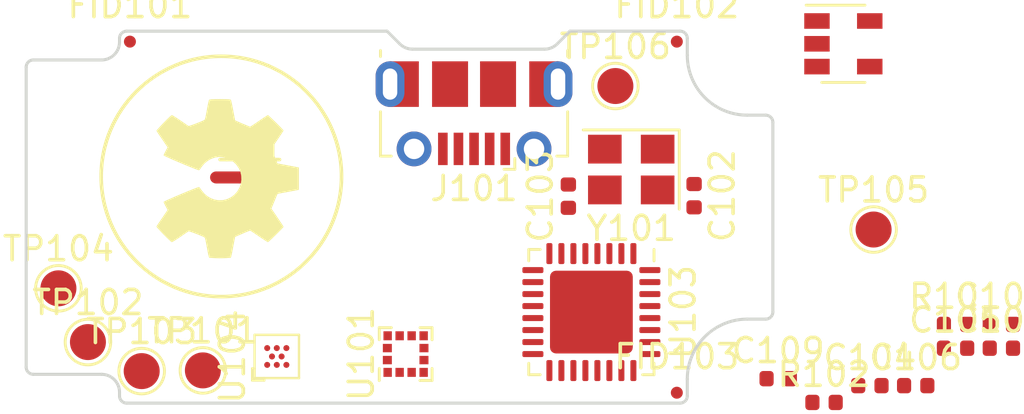
<source format=kicad_pcb>
(kicad_pcb (version 20171130) (host pcbnew 5.0.0-fee4fd1~66~ubuntu16.04.1)

  (general
    (thickness 0.8)
    (drawings 38)
    (tracks 0)
    (zones 0)
    (modules 27)
    (nets 57)
  )

  (page User 150.012 110.007)
  (layers
    (0 F.Cu signal)
    (1 In1.Cu signal)
    (2 In2.Cu signal)
    (31 B.Cu signal)
    (32 B.Adhes user)
    (33 F.Adhes user)
    (34 B.Paste user)
    (35 F.Paste user)
    (36 B.SilkS user)
    (37 F.SilkS user hide)
    (38 B.Mask user)
    (39 F.Mask user)
    (40 Dwgs.User user)
    (41 Cmts.User user)
    (42 Eco1.User user)
    (43 Eco2.User user)
    (44 Edge.Cuts user)
    (45 Margin user)
    (46 B.CrtYd user)
    (47 F.CrtYd user)
    (48 B.Fab user)
    (49 F.Fab user hide)
  )

  (setup
    (last_trace_width 0.1524)
    (user_trace_width 0.1524)
    (user_trace_width 0.254)
    (trace_clearance 0.127)
    (zone_clearance 0.508)
    (zone_45_only no)
    (trace_min 0.127)
    (segment_width 0.15)
    (edge_width 0.15)
    (via_size 0.4572)
    (via_drill 0.2032)
    (via_min_size 0.4572)
    (via_min_drill 0.2032)
    (uvia_size 0.254)
    (uvia_drill 0.1016)
    (uvias_allowed no)
    (uvia_min_size 0.2)
    (uvia_min_drill 0.1)
    (pcb_text_width 0.3)
    (pcb_text_size 1.5 1.5)
    (mod_edge_width 0.15)
    (mod_text_size 1 1)
    (mod_text_width 0.15)
    (pad_size 1.524 1.524)
    (pad_drill 0.762)
    (pad_to_mask_clearance 0.03)
    (solder_mask_min_width 0.1778)
    (aux_axis_origin 0 0)
    (visible_elements FFFFFF7F)
    (pcbplotparams
      (layerselection 0x010fc_ffffffff)
      (usegerberextensions false)
      (usegerberattributes false)
      (usegerberadvancedattributes false)
      (creategerberjobfile false)
      (excludeedgelayer true)
      (linewidth 0.100000)
      (plotframeref false)
      (viasonmask false)
      (mode 1)
      (useauxorigin false)
      (hpglpennumber 1)
      (hpglpenspeed 20)
      (hpglpendiameter 15.000000)
      (psnegative false)
      (psa4output false)
      (plotreference true)
      (plotvalue true)
      (plotinvisibletext false)
      (padsonsilk false)
      (subtractmaskfromsilk false)
      (outputformat 1)
      (mirror false)
      (drillshape 0)
      (scaleselection 1)
      (outputdirectory ""))
  )

  (net 0 "")
  (net 1 VCC)
  (net 2 /DEBUG0)
  (net 3 /SWCLK)
  (net 4 /SWDIO)
  (net 5 /MCU_RST)
  (net 6 GND)
  (net 7 "Net-(R101-Pad2)")
  (net 8 VBUS)
  (net 9 "Net-(U102-Pad4)")
  (net 10 "Net-(U102-Pad5)")
  (net 11 "Net-(U101-Pad2)")
  (net 12 "Net-(U101-Pad3)")
  (net 13 "Net-(U101-Pad9)")
  (net 14 "Net-(U101-Pad4)")
  (net 15 "Net-(U101-Pad1)")
  (net 16 "Net-(U101-Pad10)")
  (net 17 "Net-(U101-Pad5)")
  (net 18 "Net-(U101-Pad11)")
  (net 19 "Net-(U101-Pad12)")
  (net 20 "Net-(C102-Pad1)")
  (net 21 "Net-(C103-Pad1)")
  (net 22 "Net-(U103-Pad7)")
  (net 23 "Net-(U103-Pad8)")
  (net 24 "Net-(U103-Pad9)")
  (net 25 "Net-(U103-Pad10)")
  (net 26 "Net-(U103-Pad11)")
  (net 27 "Net-(U103-Pad12)")
  (net 28 "Net-(U103-Pad13)")
  (net 29 "Net-(U103-Pad14)")
  (net 30 "Net-(U103-Pad15)")
  (net 31 "Net-(U103-Pad18)")
  (net 32 "Net-(U103-Pad19)")
  (net 33 "Net-(U103-Pad20)")
  (net 34 /USB_DM)
  (net 35 /USB_DP)
  (net 36 "Net-(U103-Pad25)")
  (net 37 "Net-(U103-Pad26)")
  (net 38 "Net-(U103-Pad27)")
  (net 39 "Net-(U103-Pad28)")
  (net 40 "Net-(U103-Pad29)")
  (net 41 "Net-(U103-Pad30)")
  (net 42 "Net-(U104-PadC3)")
  (net 43 "Net-(U104-PadA3)")
  (net 44 "Net-(U104-PadE3)")
  (net 45 "Net-(U104-PadD2)")
  (net 46 "Net-(U104-PadE1)")
  (net 47 "Net-(U104-PadC1)")
  (net 48 "Net-(U104-PadA1)")
  (net 49 "Net-(C109-Pad1)")
  (net 50 "Net-(C109-Pad2)")
  (net 51 "Net-(C107-Pad1)")
  (net 52 "Net-(C107-Pad2)")
  (net 53 "Net-(C108-Pad2)")
  (net 54 "Net-(C108-Pad1)")
  (net 55 "Net-(J101-Pad4)")
  (net 56 /CAP_TOUCH)

  (net_class Default "This is the default net class."
    (clearance 0.127)
    (trace_width 0.127)
    (via_dia 0.4572)
    (via_drill 0.2032)
    (uvia_dia 0.254)
    (uvia_drill 0.1016)
    (add_net /CAP_TOUCH)
    (add_net /DEBUG0)
    (add_net /MCU_RST)
    (add_net /SWCLK)
    (add_net /SWDIO)
    (add_net /USB_DM)
    (add_net /USB_DP)
    (add_net GND)
    (add_net "Net-(C102-Pad1)")
    (add_net "Net-(C103-Pad1)")
    (add_net "Net-(C107-Pad1)")
    (add_net "Net-(C107-Pad2)")
    (add_net "Net-(C108-Pad1)")
    (add_net "Net-(C108-Pad2)")
    (add_net "Net-(C109-Pad1)")
    (add_net "Net-(C109-Pad2)")
    (add_net "Net-(J101-Pad4)")
    (add_net "Net-(R101-Pad2)")
    (add_net "Net-(U101-Pad1)")
    (add_net "Net-(U101-Pad10)")
    (add_net "Net-(U101-Pad11)")
    (add_net "Net-(U101-Pad12)")
    (add_net "Net-(U101-Pad2)")
    (add_net "Net-(U101-Pad3)")
    (add_net "Net-(U101-Pad4)")
    (add_net "Net-(U101-Pad5)")
    (add_net "Net-(U101-Pad9)")
    (add_net "Net-(U102-Pad4)")
    (add_net "Net-(U102-Pad5)")
    (add_net "Net-(U103-Pad10)")
    (add_net "Net-(U103-Pad11)")
    (add_net "Net-(U103-Pad12)")
    (add_net "Net-(U103-Pad13)")
    (add_net "Net-(U103-Pad14)")
    (add_net "Net-(U103-Pad15)")
    (add_net "Net-(U103-Pad18)")
    (add_net "Net-(U103-Pad19)")
    (add_net "Net-(U103-Pad20)")
    (add_net "Net-(U103-Pad25)")
    (add_net "Net-(U103-Pad26)")
    (add_net "Net-(U103-Pad27)")
    (add_net "Net-(U103-Pad28)")
    (add_net "Net-(U103-Pad29)")
    (add_net "Net-(U103-Pad30)")
    (add_net "Net-(U103-Pad7)")
    (add_net "Net-(U103-Pad8)")
    (add_net "Net-(U103-Pad9)")
    (add_net "Net-(U104-PadA1)")
    (add_net "Net-(U104-PadA3)")
    (add_net "Net-(U104-PadC1)")
    (add_net "Net-(U104-PadC3)")
    (add_net "Net-(U104-PadD2)")
    (add_net "Net-(U104-PadE1)")
    (add_net "Net-(U104-PadE3)")
    (add_net VBUS)
    (add_net VCC)
  )

  (module NetTie:NetTie-2_SMD_Pad0.5mm (layer F.Cu) (tedit 5A1CF6D3) (tstamp 5BE050F4)
    (at 67.87 53.35)
    (descr "Net tie, 2 pin, 0.5mm square SMD pads")
    (tags "net tie")
    (path /5BDFBBBD)
    (attr virtual)
    (fp_text reference NT101 (at 0 -1.2) (layer F.SilkS)
      (effects (font (size 1 1) (thickness 0.15)))
    )
    (fp_text value Net-Tie_2 (at 0 1.2) (layer F.Fab)
      (effects (font (size 1 1) (thickness 0.15)))
    )
    (fp_poly (pts (xy -0.5 -0.25) (xy 0.5 -0.25) (xy 0.5 0.25) (xy -0.5 0.25)) (layer F.Cu) (width 0))
    (fp_line (start 1 -0.5) (end -1 -0.5) (layer F.CrtYd) (width 0.05))
    (fp_line (start 1 0.5) (end 1 -0.5) (layer F.CrtYd) (width 0.05))
    (fp_line (start -1 0.5) (end 1 0.5) (layer F.CrtYd) (width 0.05))
    (fp_line (start -1 -0.5) (end -1 0.5) (layer F.CrtYd) (width 0.05))
    (pad 1 smd circle (at -0.5 0) (size 0.5 0.5) (layers F.Cu)
      (net 56 /CAP_TOUCH))
    (pad 2 smd circle (at 0.5 0) (size 0.5 0.5) (layers F.Cu)
      (net 56 /CAP_TOUCH))
  )

  (module Crystal:Crystal_SMD_3225-4Pin_3.2x2.5mm (layer F.Cu) (tedit 5A0FD1B2) (tstamp 5BD647B0)
    (at 84.67 53.02 180)
    (descr "SMD Crystal SERIES SMD3225/4 http://www.txccrystal.com/images/pdf/7m-accuracy.pdf, 3.2x2.5mm^2 package")
    (tags "SMD SMT crystal")
    (path /5BD65836)
    (attr smd)
    (fp_text reference Y101 (at 0 -2.45 180) (layer F.SilkS)
      (effects (font (size 1 1) (thickness 0.15)))
    )
    (fp_text value Crystal_GND24 (at 0 2.45 180) (layer F.Fab)
      (effects (font (size 1 1) (thickness 0.15)))
    )
    (fp_text user %R (at 0 0 180) (layer F.Fab)
      (effects (font (size 0.7 0.7) (thickness 0.105)))
    )
    (fp_line (start -1.6 -1.25) (end -1.6 1.25) (layer F.Fab) (width 0.1))
    (fp_line (start -1.6 1.25) (end 1.6 1.25) (layer F.Fab) (width 0.1))
    (fp_line (start 1.6 1.25) (end 1.6 -1.25) (layer F.Fab) (width 0.1))
    (fp_line (start 1.6 -1.25) (end -1.6 -1.25) (layer F.Fab) (width 0.1))
    (fp_line (start -1.6 0.25) (end -0.6 1.25) (layer F.Fab) (width 0.1))
    (fp_line (start -2 -1.65) (end -2 1.65) (layer F.SilkS) (width 0.12))
    (fp_line (start -2 1.65) (end 2 1.65) (layer F.SilkS) (width 0.12))
    (fp_line (start -2.1 -1.7) (end -2.1 1.7) (layer F.CrtYd) (width 0.05))
    (fp_line (start -2.1 1.7) (end 2.1 1.7) (layer F.CrtYd) (width 0.05))
    (fp_line (start 2.1 1.7) (end 2.1 -1.7) (layer F.CrtYd) (width 0.05))
    (fp_line (start 2.1 -1.7) (end -2.1 -1.7) (layer F.CrtYd) (width 0.05))
    (pad 1 smd rect (at -1.1 0.85 180) (size 1.4 1.2) (layers F.Cu F.Paste F.Mask)
      (net 20 "Net-(C102-Pad1)"))
    (pad 2 smd rect (at 1.1 0.85 180) (size 1.4 1.2) (layers F.Cu F.Paste F.Mask)
      (net 6 GND))
    (pad 3 smd rect (at 1.1 -0.85 180) (size 1.4 1.2) (layers F.Cu F.Paste F.Mask)
      (net 21 "Net-(C103-Pad1)"))
    (pad 4 smd rect (at -1.1 -0.85 180) (size 1.4 1.2) (layers F.Cu F.Paste F.Mask)
      (net 6 GND))
    (model ${KISYS3DMOD}/Crystal.3dshapes/Crystal_SMD_3225-4Pin_3.2x2.5mm.wrl
      (at (xyz 0 0 0))
      (scale (xyz 1 1 1))
      (rotate (xyz 0 0 0))
    )
  )

  (module Fiducial:Fiducial_0.5mm_Dia_1mm_Outer (layer F.Cu) (tedit 59FE02FD) (tstamp 5BD622C2)
    (at 63.78 47.69)
    (descr "Circular Fiducial, 0.5mm bare copper top; 1mm keepout (Level C)")
    (tags marker)
    (path /5BCDA415)
    (attr virtual)
    (fp_text reference FID101 (at 0 -1.5) (layer F.SilkS)
      (effects (font (size 1 1) (thickness 0.15)))
    )
    (fp_text value TestPoint (at 0 1.5) (layer F.Fab)
      (effects (font (size 1 1) (thickness 0.15)))
    )
    (fp_circle (center 0 0) (end 0.5 0) (layer F.Fab) (width 0.1))
    (fp_text user %R (at 0 0) (layer F.Fab)
      (effects (font (size 0.2 0.2) (thickness 0.04)))
    )
    (fp_circle (center 0 0) (end 0.75 0) (layer F.CrtYd) (width 0.05))
    (pad ~ smd circle (at 0 0) (size 0.5 0.5) (layers F.Cu F.Mask)
      (solder_mask_margin 0.25) (clearance 0.25))
  )

  (module Fiducial:Fiducial_0.5mm_Dia_1mm_Outer (layer F.Cu) (tedit 59FE02FD) (tstamp 5BD622BB)
    (at 86.57 62.32)
    (descr "Circular Fiducial, 0.5mm bare copper top; 1mm keepout (Level C)")
    (tags marker)
    (path /5BCDA3BB)
    (attr virtual)
    (fp_text reference FID103 (at 0 -1.5) (layer F.SilkS)
      (effects (font (size 1 1) (thickness 0.15)))
    )
    (fp_text value TestPoint (at 0 1.5) (layer F.Fab)
      (effects (font (size 1 1) (thickness 0.15)))
    )
    (fp_circle (center 0 0) (end 0.75 0) (layer F.CrtYd) (width 0.05))
    (fp_text user %R (at 0 0) (layer F.Fab)
      (effects (font (size 0.2 0.2) (thickness 0.04)))
    )
    (fp_circle (center 0 0) (end 0.5 0) (layer F.Fab) (width 0.1))
    (pad ~ smd circle (at 0 0) (size 0.5 0.5) (layers F.Cu F.Mask)
      (solder_mask_margin 0.25) (clearance 0.25))
  )

  (module Fiducial:Fiducial_0.5mm_Dia_1mm_Outer (layer F.Cu) (tedit 59FE02FD) (tstamp 5BD622B4)
    (at 86.57 47.69)
    (descr "Circular Fiducial, 0.5mm bare copper top; 1mm keepout (Level C)")
    (tags marker)
    (path /5BCDA062)
    (attr virtual)
    (fp_text reference FID102 (at 0 -1.5) (layer F.SilkS)
      (effects (font (size 1 1) (thickness 0.15)))
    )
    (fp_text value TestPoint (at 0 1.5) (layer F.Fab)
      (effects (font (size 1 1) (thickness 0.15)))
    )
    (fp_circle (center 0 0) (end 0.5 0) (layer F.Fab) (width 0.1))
    (fp_text user %R (at 0 0) (layer F.Fab)
      (effects (font (size 0.2 0.2) (thickness 0.04)))
    )
    (fp_circle (center 0 0) (end 0.75 0) (layer F.CrtYd) (width 0.05))
    (pad ~ smd circle (at 0 0) (size 0.5 0.5) (layers F.Cu F.Mask)
      (solder_mask_margin 0.25) (clearance 0.25))
  )

  (module Symbol:OSHW-Symbol_6.7x6mm_SilkScreen (layer F.Cu) (tedit 0) (tstamp 5BDA9BCE)
    (at 67.84 53.39 270)
    (descr "Open Source Hardware Symbol")
    (tags "Logo Symbol OSHW")
    (path /5BCEF0DD)
    (attr virtual)
    (fp_text reference LOGO101 (at 0 0 270) (layer F.SilkS) hide
      (effects (font (size 1 1) (thickness 0.15)))
    )
    (fp_text value Logo_Open_Hardware_Small (at 0.75 0 270) (layer F.Fab) hide
      (effects (font (size 1 1) (thickness 0.15)))
    )
    (fp_poly (pts (xy 0.555814 -2.531069) (xy 0.639635 -2.086445) (xy 0.94892 -1.958947) (xy 1.258206 -1.831449)
      (xy 1.629246 -2.083754) (xy 1.733157 -2.154004) (xy 1.827087 -2.216728) (xy 1.906652 -2.269062)
      (xy 1.96747 -2.308143) (xy 2.005157 -2.331107) (xy 2.015421 -2.336058) (xy 2.03391 -2.323324)
      (xy 2.07342 -2.288118) (xy 2.129522 -2.234938) (xy 2.197787 -2.168282) (xy 2.273786 -2.092646)
      (xy 2.353092 -2.012528) (xy 2.431275 -1.932426) (xy 2.503907 -1.856836) (xy 2.566559 -1.790255)
      (xy 2.614803 -1.737182) (xy 2.64421 -1.702113) (xy 2.651241 -1.690377) (xy 2.641123 -1.66874)
      (xy 2.612759 -1.621338) (xy 2.569129 -1.552807) (xy 2.513218 -1.467785) (xy 2.448006 -1.370907)
      (xy 2.410219 -1.31565) (xy 2.341343 -1.214752) (xy 2.28014 -1.123701) (xy 2.229578 -1.04703)
      (xy 2.192628 -0.989272) (xy 2.172258 -0.954957) (xy 2.169197 -0.947746) (xy 2.176136 -0.927252)
      (xy 2.195051 -0.879487) (xy 2.223087 -0.811168) (xy 2.257391 -0.729011) (xy 2.295109 -0.63973)
      (xy 2.333387 -0.550042) (xy 2.36937 -0.466662) (xy 2.400206 -0.396306) (xy 2.423039 -0.34569)
      (xy 2.435017 -0.321529) (xy 2.435724 -0.320578) (xy 2.454531 -0.315964) (xy 2.504618 -0.305672)
      (xy 2.580793 -0.290713) (xy 2.677865 -0.272099) (xy 2.790643 -0.250841) (xy 2.856442 -0.238582)
      (xy 2.97695 -0.215638) (xy 3.085797 -0.193805) (xy 3.177476 -0.174278) (xy 3.246481 -0.158252)
      (xy 3.287304 -0.146921) (xy 3.295511 -0.143326) (xy 3.303548 -0.118994) (xy 3.310033 -0.064041)
      (xy 3.31497 0.015108) (xy 3.318364 0.112026) (xy 3.320218 0.220287) (xy 3.320538 0.333465)
      (xy 3.319327 0.445135) (xy 3.31659 0.548868) (xy 3.312331 0.638241) (xy 3.306555 0.706826)
      (xy 3.299267 0.748197) (xy 3.294895 0.75681) (xy 3.268764 0.767133) (xy 3.213393 0.781892)
      (xy 3.136107 0.799352) (xy 3.04423 0.81778) (xy 3.012158 0.823741) (xy 2.857524 0.852066)
      (xy 2.735375 0.874876) (xy 2.641673 0.89308) (xy 2.572384 0.907583) (xy 2.523471 0.919292)
      (xy 2.490897 0.929115) (xy 2.470628 0.937956) (xy 2.458626 0.946724) (xy 2.456947 0.948457)
      (xy 2.440184 0.976371) (xy 2.414614 1.030695) (xy 2.382788 1.104777) (xy 2.34726 1.191965)
      (xy 2.310583 1.285608) (xy 2.275311 1.379052) (xy 2.243996 1.465647) (xy 2.219193 1.53874)
      (xy 2.203454 1.591678) (xy 2.199332 1.617811) (xy 2.199676 1.618726) (xy 2.213641 1.640086)
      (xy 2.245322 1.687084) (xy 2.291391 1.754827) (xy 2.348518 1.838423) (xy 2.413373 1.932982)
      (xy 2.431843 1.959854) (xy 2.497699 2.057275) (xy 2.55565 2.146163) (xy 2.602538 2.221412)
      (xy 2.635207 2.27792) (xy 2.6505 2.310581) (xy 2.651241 2.314593) (xy 2.638392 2.335684)
      (xy 2.602888 2.377464) (xy 2.549293 2.435445) (xy 2.482171 2.505135) (xy 2.406087 2.582045)
      (xy 2.325604 2.661683) (xy 2.245287 2.739561) (xy 2.169699 2.811186) (xy 2.103405 2.87207)
      (xy 2.050969 2.917721) (xy 2.016955 2.94365) (xy 2.007545 2.947883) (xy 1.985643 2.937912)
      (xy 1.9408 2.91102) (xy 1.880321 2.871736) (xy 1.833789 2.840117) (xy 1.749475 2.782098)
      (xy 1.649626 2.713784) (xy 1.549473 2.645579) (xy 1.495627 2.609075) (xy 1.313371 2.4858)
      (xy 1.160381 2.56852) (xy 1.090682 2.604759) (xy 1.031414 2.632926) (xy 0.991311 2.648991)
      (xy 0.981103 2.651226) (xy 0.968829 2.634722) (xy 0.944613 2.588082) (xy 0.910263 2.515609)
      (xy 0.867588 2.421606) (xy 0.818394 2.310374) (xy 0.76449 2.186215) (xy 0.707684 2.053432)
      (xy 0.649782 1.916327) (xy 0.592593 1.779202) (xy 0.537924 1.646358) (xy 0.487584 1.522098)
      (xy 0.44338 1.410725) (xy 0.407119 1.316539) (xy 0.380609 1.243844) (xy 0.365658 1.196941)
      (xy 0.363254 1.180833) (xy 0.382311 1.160286) (xy 0.424036 1.126933) (xy 0.479706 1.087702)
      (xy 0.484378 1.084599) (xy 0.628264 0.969423) (xy 0.744283 0.835053) (xy 0.83143 0.685784)
      (xy 0.888699 0.525913) (xy 0.915086 0.359737) (xy 0.909585 0.191552) (xy 0.87119 0.025655)
      (xy 0.798895 -0.133658) (xy 0.777626 -0.168513) (xy 0.666996 -0.309263) (xy 0.536302 -0.422286)
      (xy 0.390064 -0.506997) (xy 0.232808 -0.562806) (xy 0.069057 -0.589126) (xy -0.096667 -0.58537)
      (xy -0.259838 -0.55095) (xy -0.415935 -0.485277) (xy -0.560433 -0.387765) (xy -0.605131 -0.348187)
      (xy -0.718888 -0.224297) (xy -0.801782 -0.093876) (xy -0.858644 0.052315) (xy -0.890313 0.197088)
      (xy -0.898131 0.35986) (xy -0.872062 0.52344) (xy -0.814755 0.682298) (xy -0.728856 0.830906)
      (xy -0.617014 0.963735) (xy -0.481877 1.075256) (xy -0.464117 1.087011) (xy -0.40785 1.125508)
      (xy -0.365077 1.158863) (xy -0.344628 1.18016) (xy -0.344331 1.180833) (xy -0.348721 1.203871)
      (xy -0.366124 1.256157) (xy -0.394732 1.33339) (xy -0.432735 1.431268) (xy -0.478326 1.545491)
      (xy -0.529697 1.671758) (xy -0.585038 1.805767) (xy -0.642542 1.943218) (xy -0.700399 2.079808)
      (xy -0.756802 2.211237) (xy -0.809942 2.333205) (xy -0.85801 2.441409) (xy -0.899199 2.531549)
      (xy -0.931699 2.599323) (xy -0.953703 2.64043) (xy -0.962564 2.651226) (xy -0.98964 2.642819)
      (xy -1.040303 2.620272) (xy -1.105817 2.587613) (xy -1.141841 2.56852) (xy -1.294832 2.4858)
      (xy -1.477088 2.609075) (xy -1.570125 2.672228) (xy -1.671985 2.741727) (xy -1.767438 2.807165)
      (xy -1.81525 2.840117) (xy -1.882495 2.885273) (xy -1.939436 2.921057) (xy -1.978646 2.942938)
      (xy -1.991381 2.947563) (xy -2.009917 2.935085) (xy -2.050941 2.900252) (xy -2.110475 2.846678)
      (xy -2.184542 2.777983) (xy -2.269165 2.697781) (xy -2.322685 2.646286) (xy -2.416319 2.554286)
      (xy -2.497241 2.471999) (xy -2.562177 2.402945) (xy -2.607858 2.350644) (xy -2.631011 2.318616)
      (xy -2.633232 2.312116) (xy -2.622924 2.287394) (xy -2.594439 2.237405) (xy -2.550937 2.167212)
      (xy -2.495577 2.081875) (xy -2.43152 1.986456) (xy -2.413303 1.959854) (xy -2.346927 1.863167)
      (xy -2.287378 1.776117) (xy -2.237984 1.703595) (xy -2.202075 1.650493) (xy -2.182981 1.621703)
      (xy -2.181136 1.618726) (xy -2.183895 1.595782) (xy -2.198538 1.545336) (xy -2.222513 1.474041)
      (xy -2.253266 1.388547) (xy -2.288244 1.295507) (xy -2.324893 1.201574) (xy -2.360661 1.113399)
      (xy -2.392994 1.037634) (xy -2.419338 0.980931) (xy -2.437142 0.949943) (xy -2.438407 0.948457)
      (xy -2.449294 0.939601) (xy -2.467682 0.930843) (xy -2.497606 0.921277) (xy -2.543103 0.909996)
      (xy -2.608209 0.896093) (xy -2.696961 0.878663) (xy -2.813393 0.856798) (xy -2.961542 0.829591)
      (xy -2.993618 0.823741) (xy -3.088686 0.805374) (xy -3.171565 0.787405) (xy -3.23493 0.771569)
      (xy -3.271458 0.7596) (xy -3.276356 0.75681) (xy -3.284427 0.732072) (xy -3.290987 0.67679)
      (xy -3.296033 0.597389) (xy -3.299559 0.500296) (xy -3.301561 0.391938) (xy -3.302036 0.27874)
      (xy -3.300977 0.167128) (xy -3.298382 0.063529) (xy -3.294246 -0.025632) (xy -3.288563 -0.093928)
      (xy -3.281331 -0.134934) (xy -3.276971 -0.143326) (xy -3.252698 -0.151792) (xy -3.197426 -0.165565)
      (xy -3.116662 -0.18345) (xy -3.015912 -0.204252) (xy -2.900683 -0.226777) (xy -2.837902 -0.238582)
      (xy -2.718787 -0.260849) (xy -2.612565 -0.281021) (xy -2.524427 -0.298085) (xy -2.459566 -0.311031)
      (xy -2.423174 -0.318845) (xy -2.417184 -0.320578) (xy -2.407061 -0.34011) (xy -2.385662 -0.387157)
      (xy -2.355839 -0.454997) (xy -2.320445 -0.536909) (xy -2.282332 -0.626172) (xy -2.244353 -0.716065)
      (xy -2.20936 -0.799865) (xy -2.180206 -0.870853) (xy -2.159743 -0.922306) (xy -2.150823 -0.947503)
      (xy -2.150657 -0.948604) (xy -2.160769 -0.968481) (xy -2.189117 -1.014223) (xy -2.232723 -1.081283)
      (xy -2.288606 -1.165116) (xy -2.353787 -1.261174) (xy -2.391679 -1.31635) (xy -2.460725 -1.417519)
      (xy -2.52205 -1.50937) (xy -2.572663 -1.587256) (xy -2.609571 -1.646531) (xy -2.629782 -1.682549)
      (xy -2.632701 -1.690623) (xy -2.620153 -1.709416) (xy -2.585463 -1.749543) (xy -2.533063 -1.806507)
      (xy -2.467384 -1.875815) (xy -2.392856 -1.952969) (xy -2.313913 -2.033475) (xy -2.234983 -2.112837)
      (xy -2.1605 -2.18656) (xy -2.094894 -2.250148) (xy -2.042596 -2.299106) (xy -2.008039 -2.328939)
      (xy -1.996478 -2.336058) (xy -1.977654 -2.326047) (xy -1.932631 -2.297922) (xy -1.865787 -2.254546)
      (xy -1.781499 -2.198782) (xy -1.684144 -2.133494) (xy -1.610707 -2.083754) (xy -1.239667 -1.831449)
      (xy -0.621095 -2.086445) (xy -0.537275 -2.531069) (xy -0.453454 -2.975693) (xy 0.471994 -2.975693)
      (xy 0.555814 -2.531069)) (layer F.SilkS) (width 0.01))
  )

  (module Connector_USB:USB_Micro-B_Molex-105017-0001 (layer F.Cu) (tedit 5A1DC0BE) (tstamp 5BD9E71C)
    (at 78.12 50.6975 180)
    (descr http://www.molex.com/pdm_docs/sd/1050170001_sd.pdf)
    (tags "Micro-USB SMD Typ-B")
    (path /5BA7B909)
    (attr smd)
    (fp_text reference J101 (at 0 -3.1125 180) (layer F.SilkS)
      (effects (font (size 1 1) (thickness 0.15)))
    )
    (fp_text value USB_B_Micro (at 0.3 4.3375 180) (layer F.Fab)
      (effects (font (size 1 1) (thickness 0.15)))
    )
    (fp_line (start -1.1 -2.1225) (end -1.1 -1.9125) (layer F.Fab) (width 0.1))
    (fp_line (start -1.5 -2.1225) (end -1.5 -1.9125) (layer F.Fab) (width 0.1))
    (fp_line (start -1.5 -2.1225) (end -1.1 -2.1225) (layer F.Fab) (width 0.1))
    (fp_line (start -1.1 -1.9125) (end -1.3 -1.7125) (layer F.Fab) (width 0.1))
    (fp_line (start -1.3 -1.7125) (end -1.5 -1.9125) (layer F.Fab) (width 0.1))
    (fp_line (start -1.7 -2.3125) (end -1.7 -1.8625) (layer F.SilkS) (width 0.12))
    (fp_line (start -1.7 -2.3125) (end -1.25 -2.3125) (layer F.SilkS) (width 0.12))
    (fp_line (start 3.9 -1.7625) (end 3.45 -1.7625) (layer F.SilkS) (width 0.12))
    (fp_line (start 3.9 0.0875) (end 3.9 -1.7625) (layer F.SilkS) (width 0.12))
    (fp_line (start -3.9 2.6375) (end -3.9 2.3875) (layer F.SilkS) (width 0.12))
    (fp_line (start -3.75 3.3875) (end -3.75 -1.6125) (layer F.Fab) (width 0.1))
    (fp_line (start -3.75 -1.6125) (end 3.75 -1.6125) (layer F.Fab) (width 0.1))
    (fp_line (start -3.75 3.389204) (end 3.75 3.389204) (layer F.Fab) (width 0.1))
    (fp_line (start -3 2.689204) (end 3 2.689204) (layer F.Fab) (width 0.1))
    (fp_line (start 3.75 3.3875) (end 3.75 -1.6125) (layer F.Fab) (width 0.1))
    (fp_line (start 3.9 2.6375) (end 3.9 2.3875) (layer F.SilkS) (width 0.12))
    (fp_line (start -3.9 0.0875) (end -3.9 -1.7625) (layer F.SilkS) (width 0.12))
    (fp_line (start -3.9 -1.7625) (end -3.45 -1.7625) (layer F.SilkS) (width 0.12))
    (fp_line (start -4.4 3.64) (end -4.4 -2.46) (layer F.CrtYd) (width 0.05))
    (fp_line (start -4.4 -2.46) (end 4.4 -2.46) (layer F.CrtYd) (width 0.05))
    (fp_line (start 4.4 -2.46) (end 4.4 3.64) (layer F.CrtYd) (width 0.05))
    (fp_line (start -4.4 3.64) (end 4.4 3.64) (layer F.CrtYd) (width 0.05))
    (fp_text user %R (at 0 0.8875 180) (layer F.Fab)
      (effects (font (size 1 1) (thickness 0.15)))
    )
    (fp_text user "PCB Edge" (at 0 2.6875 180) (layer Dwgs.User)
      (effects (font (size 0.5 0.5) (thickness 0.08)))
    )
    (pad 6 smd rect (at -2.9 1.2375 180) (size 1.2 1.9) (layers F.Cu F.Mask)
      (net 6 GND))
    (pad 6 smd rect (at 2.9 1.2375 180) (size 1.2 1.9) (layers F.Cu F.Mask)
      (net 6 GND))
    (pad 6 thru_hole oval (at 3.5 1.2375 180) (size 1.2 1.9) (drill oval 0.6 1.3) (layers *.Cu *.Mask)
      (net 6 GND))
    (pad 6 thru_hole oval (at -3.5 1.2375) (size 1.2 1.9) (drill oval 0.6 1.3) (layers *.Cu *.Mask)
      (net 6 GND))
    (pad 6 smd rect (at -1 1.2375 180) (size 1.5 1.9) (layers F.Cu F.Paste F.Mask)
      (net 6 GND))
    (pad 6 thru_hole circle (at 2.5 -1.4625 180) (size 1.45 1.45) (drill 0.85) (layers *.Cu *.Mask)
      (net 6 GND))
    (pad 3 smd rect (at 0 -1.4625 180) (size 0.4 1.35) (layers F.Cu F.Paste F.Mask)
      (net 35 /USB_DP))
    (pad 4 smd rect (at 0.65 -1.4625 180) (size 0.4 1.35) (layers F.Cu F.Paste F.Mask)
      (net 55 "Net-(J101-Pad4)"))
    (pad 5 smd rect (at 1.3 -1.4625 180) (size 0.4 1.35) (layers F.Cu F.Paste F.Mask)
      (net 6 GND))
    (pad 1 smd rect (at -1.3 -1.4625 180) (size 0.4 1.35) (layers F.Cu F.Paste F.Mask)
      (net 8 VBUS))
    (pad 2 smd rect (at -0.65 -1.4625 180) (size 0.4 1.35) (layers F.Cu F.Paste F.Mask)
      (net 34 /USB_DM))
    (pad 6 thru_hole circle (at -2.5 -1.4625 180) (size 1.45 1.45) (drill 0.85) (layers *.Cu *.Mask)
      (net 6 GND))
    (pad 6 smd rect (at 1 1.2375 180) (size 1.5 1.9) (layers F.Cu F.Paste F.Mask)
      (net 6 GND))
    (model ${KISYS3DMOD}/Connector_USB.3dshapes/USB_Micro-B_Molex-105017-0001.wrl
      (at (xyz 0 0 0))
      (scale (xyz 1 1 1))
      (rotate (xyz 0 0 0))
    )
  )

  (module Capacitor_SMD:C_0402_1005Metric (layer F.Cu) (tedit 5B301BBE) (tstamp 5BCD00F3)
    (at 100.095001 60.465001)
    (descr "Capacitor SMD 0402 (1005 Metric), square (rectangular) end terminal, IPC_7351 nominal, (Body size source: http://www.tortai-tech.com/upload/download/2011102023233369053.pdf), generated with kicad-footprint-generator")
    (tags capacitor)
    (path /5BD2180C)
    (attr smd)
    (fp_text reference C108 (at 0 -1.17) (layer F.SilkS)
      (effects (font (size 1 1) (thickness 0.15)))
    )
    (fp_text value 0.1uF (at 0 1.17) (layer F.Fab)
      (effects (font (size 1 1) (thickness 0.15)))
    )
    (fp_text user %R (at 0 0) (layer F.Fab)
      (effects (font (size 0.25 0.25) (thickness 0.04)))
    )
    (fp_line (start 0.93 0.47) (end -0.93 0.47) (layer F.CrtYd) (width 0.05))
    (fp_line (start 0.93 -0.47) (end 0.93 0.47) (layer F.CrtYd) (width 0.05))
    (fp_line (start -0.93 -0.47) (end 0.93 -0.47) (layer F.CrtYd) (width 0.05))
    (fp_line (start -0.93 0.47) (end -0.93 -0.47) (layer F.CrtYd) (width 0.05))
    (fp_line (start 0.5 0.25) (end -0.5 0.25) (layer F.Fab) (width 0.1))
    (fp_line (start 0.5 -0.25) (end 0.5 0.25) (layer F.Fab) (width 0.1))
    (fp_line (start -0.5 -0.25) (end 0.5 -0.25) (layer F.Fab) (width 0.1))
    (fp_line (start -0.5 0.25) (end -0.5 -0.25) (layer F.Fab) (width 0.1))
    (pad 2 smd roundrect (at 0.485 0) (size 0.59 0.64) (layers F.Cu F.Paste F.Mask) (roundrect_rratio 0.25)
      (net 53 "Net-(C108-Pad2)"))
    (pad 1 smd roundrect (at -0.485 0) (size 0.59 0.64) (layers F.Cu F.Paste F.Mask) (roundrect_rratio 0.25)
      (net 54 "Net-(C108-Pad1)"))
    (model ${KISYS3DMOD}/Capacitor_SMD.3dshapes/C_0402_1005Metric.wrl
      (at (xyz 0 0 0))
      (scale (xyz 1 1 1))
      (rotate (xyz 0 0 0))
    )
  )

  (module Capacitor_SMD:C_0402_1005Metric (layer F.Cu) (tedit 5B301BBE) (tstamp 5BCD00E4)
    (at 100.095001 59.475001)
    (descr "Capacitor SMD 0402 (1005 Metric), square (rectangular) end terminal, IPC_7351 nominal, (Body size source: http://www.tortai-tech.com/upload/download/2011102023233369053.pdf), generated with kicad-footprint-generator")
    (tags capacitor)
    (path /5BD213BA)
    (attr smd)
    (fp_text reference C107 (at 0 -1.17) (layer F.SilkS)
      (effects (font (size 1 1) (thickness 0.15)))
    )
    (fp_text value 0.1uF (at 0 1.17) (layer F.Fab)
      (effects (font (size 1 1) (thickness 0.15)))
    )
    (fp_text user %R (at 0 0) (layer F.Fab)
      (effects (font (size 0.25 0.25) (thickness 0.04)))
    )
    (fp_line (start 0.93 0.47) (end -0.93 0.47) (layer F.CrtYd) (width 0.05))
    (fp_line (start 0.93 -0.47) (end 0.93 0.47) (layer F.CrtYd) (width 0.05))
    (fp_line (start -0.93 -0.47) (end 0.93 -0.47) (layer F.CrtYd) (width 0.05))
    (fp_line (start -0.93 0.47) (end -0.93 -0.47) (layer F.CrtYd) (width 0.05))
    (fp_line (start 0.5 0.25) (end -0.5 0.25) (layer F.Fab) (width 0.1))
    (fp_line (start 0.5 -0.25) (end 0.5 0.25) (layer F.Fab) (width 0.1))
    (fp_line (start -0.5 -0.25) (end 0.5 -0.25) (layer F.Fab) (width 0.1))
    (fp_line (start -0.5 0.25) (end -0.5 -0.25) (layer F.Fab) (width 0.1))
    (pad 2 smd roundrect (at 0.485 0) (size 0.59 0.64) (layers F.Cu F.Paste F.Mask) (roundrect_rratio 0.25)
      (net 52 "Net-(C107-Pad2)"))
    (pad 1 smd roundrect (at -0.485 0) (size 0.59 0.64) (layers F.Cu F.Paste F.Mask) (roundrect_rratio 0.25)
      (net 51 "Net-(C107-Pad1)"))
    (model ${KISYS3DMOD}/Capacitor_SMD.3dshapes/C_0402_1005Metric.wrl
      (at (xyz 0 0 0))
      (scale (xyz 1 1 1))
      (rotate (xyz 0 0 0))
    )
  )

  (module Capacitor_SMD:C_0402_1005Metric (layer F.Cu) (tedit 5B301BBE) (tstamp 5BCD00D5)
    (at 96.525001 62.025001)
    (descr "Capacitor SMD 0402 (1005 Metric), square (rectangular) end terminal, IPC_7351 nominal, (Body size source: http://www.tortai-tech.com/upload/download/2011102023233369053.pdf), generated with kicad-footprint-generator")
    (tags capacitor)
    (path /5BCF4381)
    (attr smd)
    (fp_text reference C106 (at 0 -1.17) (layer F.SilkS)
      (effects (font (size 1 1) (thickness 0.15)))
    )
    (fp_text value 0.1uF (at 0 1.17) (layer F.Fab)
      (effects (font (size 1 1) (thickness 0.15)))
    )
    (fp_text user %R (at 0 0) (layer F.Fab)
      (effects (font (size 0.25 0.25) (thickness 0.04)))
    )
    (fp_line (start 0.93 0.47) (end -0.93 0.47) (layer F.CrtYd) (width 0.05))
    (fp_line (start 0.93 -0.47) (end 0.93 0.47) (layer F.CrtYd) (width 0.05))
    (fp_line (start -0.93 -0.47) (end 0.93 -0.47) (layer F.CrtYd) (width 0.05))
    (fp_line (start -0.93 0.47) (end -0.93 -0.47) (layer F.CrtYd) (width 0.05))
    (fp_line (start 0.5 0.25) (end -0.5 0.25) (layer F.Fab) (width 0.1))
    (fp_line (start 0.5 -0.25) (end 0.5 0.25) (layer F.Fab) (width 0.1))
    (fp_line (start -0.5 -0.25) (end 0.5 -0.25) (layer F.Fab) (width 0.1))
    (fp_line (start -0.5 0.25) (end -0.5 -0.25) (layer F.Fab) (width 0.1))
    (pad 2 smd roundrect (at 0.485 0) (size 0.59 0.64) (layers F.Cu F.Paste F.Mask) (roundrect_rratio 0.25)
      (net 6 GND))
    (pad 1 smd roundrect (at -0.485 0) (size 0.59 0.64) (layers F.Cu F.Paste F.Mask) (roundrect_rratio 0.25)
      (net 1 VCC))
    (model ${KISYS3DMOD}/Capacitor_SMD.3dshapes/C_0402_1005Metric.wrl
      (at (xyz 0 0 0))
      (scale (xyz 1 1 1))
      (rotate (xyz 0 0 0))
    )
  )

  (module Capacitor_SMD:C_0402_1005Metric (layer F.Cu) (tedit 5B301BBE) (tstamp 5BCD00C6)
    (at 98.185001 60.465001)
    (descr "Capacitor SMD 0402 (1005 Metric), square (rectangular) end terminal, IPC_7351 nominal, (Body size source: http://www.tortai-tech.com/upload/download/2011102023233369053.pdf), generated with kicad-footprint-generator")
    (tags capacitor)
    (path /5BCF4347)
    (attr smd)
    (fp_text reference C105 (at 0 -1.17) (layer F.SilkS)
      (effects (font (size 1 1) (thickness 0.15)))
    )
    (fp_text value 0.1uF (at 0 1.17) (layer F.Fab)
      (effects (font (size 1 1) (thickness 0.15)))
    )
    (fp_text user %R (at 0 0) (layer F.Fab)
      (effects (font (size 0.25 0.25) (thickness 0.04)))
    )
    (fp_line (start 0.93 0.47) (end -0.93 0.47) (layer F.CrtYd) (width 0.05))
    (fp_line (start 0.93 -0.47) (end 0.93 0.47) (layer F.CrtYd) (width 0.05))
    (fp_line (start -0.93 -0.47) (end 0.93 -0.47) (layer F.CrtYd) (width 0.05))
    (fp_line (start -0.93 0.47) (end -0.93 -0.47) (layer F.CrtYd) (width 0.05))
    (fp_line (start 0.5 0.25) (end -0.5 0.25) (layer F.Fab) (width 0.1))
    (fp_line (start 0.5 -0.25) (end 0.5 0.25) (layer F.Fab) (width 0.1))
    (fp_line (start -0.5 -0.25) (end 0.5 -0.25) (layer F.Fab) (width 0.1))
    (fp_line (start -0.5 0.25) (end -0.5 -0.25) (layer F.Fab) (width 0.1))
    (pad 2 smd roundrect (at 0.485 0) (size 0.59 0.64) (layers F.Cu F.Paste F.Mask) (roundrect_rratio 0.25)
      (net 6 GND))
    (pad 1 smd roundrect (at -0.485 0) (size 0.59 0.64) (layers F.Cu F.Paste F.Mask) (roundrect_rratio 0.25)
      (net 1 VCC))
    (model ${KISYS3DMOD}/Capacitor_SMD.3dshapes/C_0402_1005Metric.wrl
      (at (xyz 0 0 0))
      (scale (xyz 1 1 1))
      (rotate (xyz 0 0 0))
    )
  )

  (module Capacitor_SMD:C_0402_1005Metric (layer F.Cu) (tedit 5B301BBE) (tstamp 5BCD00B7)
    (at 94.615001 62.025001)
    (descr "Capacitor SMD 0402 (1005 Metric), square (rectangular) end terminal, IPC_7351 nominal, (Body size source: http://www.tortai-tech.com/upload/download/2011102023233369053.pdf), generated with kicad-footprint-generator")
    (tags capacitor)
    (path /5BCF35BA)
    (attr smd)
    (fp_text reference C104 (at 0 -1.17) (layer F.SilkS)
      (effects (font (size 1 1) (thickness 0.15)))
    )
    (fp_text value 0.1uF (at 0 1.17) (layer F.Fab)
      (effects (font (size 1 1) (thickness 0.15)))
    )
    (fp_text user %R (at 0 0) (layer F.Fab)
      (effects (font (size 0.25 0.25) (thickness 0.04)))
    )
    (fp_line (start 0.93 0.47) (end -0.93 0.47) (layer F.CrtYd) (width 0.05))
    (fp_line (start 0.93 -0.47) (end 0.93 0.47) (layer F.CrtYd) (width 0.05))
    (fp_line (start -0.93 -0.47) (end 0.93 -0.47) (layer F.CrtYd) (width 0.05))
    (fp_line (start -0.93 0.47) (end -0.93 -0.47) (layer F.CrtYd) (width 0.05))
    (fp_line (start 0.5 0.25) (end -0.5 0.25) (layer F.Fab) (width 0.1))
    (fp_line (start 0.5 -0.25) (end 0.5 0.25) (layer F.Fab) (width 0.1))
    (fp_line (start -0.5 -0.25) (end 0.5 -0.25) (layer F.Fab) (width 0.1))
    (fp_line (start -0.5 0.25) (end -0.5 -0.25) (layer F.Fab) (width 0.1))
    (pad 2 smd roundrect (at 0.485 0) (size 0.59 0.64) (layers F.Cu F.Paste F.Mask) (roundrect_rratio 0.25)
      (net 6 GND))
    (pad 1 smd roundrect (at -0.485 0) (size 0.59 0.64) (layers F.Cu F.Paste F.Mask) (roundrect_rratio 0.25)
      (net 1 VCC))
    (model ${KISYS3DMOD}/Capacitor_SMD.3dshapes/C_0402_1005Metric.wrl
      (at (xyz 0 0 0))
      (scale (xyz 1 1 1))
      (rotate (xyz 0 0 0))
    )
  )

  (module Capacitor_SMD:C_0402_1005Metric (layer F.Cu) (tedit 5B301BBE) (tstamp 5BD64828)
    (at 82.05 54.13 90)
    (descr "Capacitor SMD 0402 (1005 Metric), square (rectangular) end terminal, IPC_7351 nominal, (Body size source: http://www.tortai-tech.com/upload/download/2011102023233369053.pdf), generated with kicad-footprint-generator")
    (tags capacitor)
    (path /5BCCF7AE)
    (attr smd)
    (fp_text reference C103 (at 0 -1.17 90) (layer F.SilkS)
      (effects (font (size 1 1) (thickness 0.15)))
    )
    (fp_text value C_Small (at 0 1.17 90) (layer F.Fab)
      (effects (font (size 1 1) (thickness 0.15)))
    )
    (fp_text user %R (at 0 0 90) (layer F.Fab)
      (effects (font (size 0.25 0.25) (thickness 0.04)))
    )
    (fp_line (start 0.93 0.47) (end -0.93 0.47) (layer F.CrtYd) (width 0.05))
    (fp_line (start 0.93 -0.47) (end 0.93 0.47) (layer F.CrtYd) (width 0.05))
    (fp_line (start -0.93 -0.47) (end 0.93 -0.47) (layer F.CrtYd) (width 0.05))
    (fp_line (start -0.93 0.47) (end -0.93 -0.47) (layer F.CrtYd) (width 0.05))
    (fp_line (start 0.5 0.25) (end -0.5 0.25) (layer F.Fab) (width 0.1))
    (fp_line (start 0.5 -0.25) (end 0.5 0.25) (layer F.Fab) (width 0.1))
    (fp_line (start -0.5 -0.25) (end 0.5 -0.25) (layer F.Fab) (width 0.1))
    (fp_line (start -0.5 0.25) (end -0.5 -0.25) (layer F.Fab) (width 0.1))
    (pad 2 smd roundrect (at 0.485 0 90) (size 0.59 0.64) (layers F.Cu F.Paste F.Mask) (roundrect_rratio 0.25)
      (net 6 GND))
    (pad 1 smd roundrect (at -0.485 0 90) (size 0.59 0.64) (layers F.Cu F.Paste F.Mask) (roundrect_rratio 0.25)
      (net 21 "Net-(C103-Pad1)"))
    (model ${KISYS3DMOD}/Capacitor_SMD.3dshapes/C_0402_1005Metric.wrl
      (at (xyz 0 0 0))
      (scale (xyz 1 1 1))
      (rotate (xyz 0 0 0))
    )
  )

  (module Capacitor_SMD:C_0402_1005Metric (layer F.Cu) (tedit 5B301BBE) (tstamp 5BCD0099)
    (at 87.29 54.11 270)
    (descr "Capacitor SMD 0402 (1005 Metric), square (rectangular) end terminal, IPC_7351 nominal, (Body size source: http://www.tortai-tech.com/upload/download/2011102023233369053.pdf), generated with kicad-footprint-generator")
    (tags capacitor)
    (path /5BCCF73E)
    (attr smd)
    (fp_text reference C102 (at 0 -1.17 270) (layer F.SilkS)
      (effects (font (size 1 1) (thickness 0.15)))
    )
    (fp_text value C_Small (at 0 1.17 270) (layer F.Fab)
      (effects (font (size 1 1) (thickness 0.15)))
    )
    (fp_text user %R (at 0 0 270) (layer F.Fab)
      (effects (font (size 0.25 0.25) (thickness 0.04)))
    )
    (fp_line (start 0.93 0.47) (end -0.93 0.47) (layer F.CrtYd) (width 0.05))
    (fp_line (start 0.93 -0.47) (end 0.93 0.47) (layer F.CrtYd) (width 0.05))
    (fp_line (start -0.93 -0.47) (end 0.93 -0.47) (layer F.CrtYd) (width 0.05))
    (fp_line (start -0.93 0.47) (end -0.93 -0.47) (layer F.CrtYd) (width 0.05))
    (fp_line (start 0.5 0.25) (end -0.5 0.25) (layer F.Fab) (width 0.1))
    (fp_line (start 0.5 -0.25) (end 0.5 0.25) (layer F.Fab) (width 0.1))
    (fp_line (start -0.5 -0.25) (end 0.5 -0.25) (layer F.Fab) (width 0.1))
    (fp_line (start -0.5 0.25) (end -0.5 -0.25) (layer F.Fab) (width 0.1))
    (pad 2 smd roundrect (at 0.485 0 270) (size 0.59 0.64) (layers F.Cu F.Paste F.Mask) (roundrect_rratio 0.25)
      (net 6 GND))
    (pad 1 smd roundrect (at -0.485 0 270) (size 0.59 0.64) (layers F.Cu F.Paste F.Mask) (roundrect_rratio 0.25)
      (net 20 "Net-(C102-Pad1)"))
    (model ${KISYS3DMOD}/Capacitor_SMD.3dshapes/C_0402_1005Metric.wrl
      (at (xyz 0 0 0))
      (scale (xyz 1 1 1))
      (rotate (xyz 0 0 0))
    )
  )

  (module Capacitor_SMD:C_0402_1005Metric (layer F.Cu) (tedit 5B301BBE) (tstamp 5BCD008A)
    (at 90.795001 61.735001)
    (descr "Capacitor SMD 0402 (1005 Metric), square (rectangular) end terminal, IPC_7351 nominal, (Body size source: http://www.tortai-tech.com/upload/download/2011102023233369053.pdf), generated with kicad-footprint-generator")
    (tags capacitor)
    (path /5BD20EB2)
    (attr smd)
    (fp_text reference C109 (at 0 -1.17) (layer F.SilkS)
      (effects (font (size 1 1) (thickness 0.15)))
    )
    (fp_text value 0.1uF (at 0 1.17) (layer F.Fab)
      (effects (font (size 1 1) (thickness 0.15)))
    )
    (fp_text user %R (at 0 0) (layer F.Fab)
      (effects (font (size 0.25 0.25) (thickness 0.04)))
    )
    (fp_line (start 0.93 0.47) (end -0.93 0.47) (layer F.CrtYd) (width 0.05))
    (fp_line (start 0.93 -0.47) (end 0.93 0.47) (layer F.CrtYd) (width 0.05))
    (fp_line (start -0.93 -0.47) (end 0.93 -0.47) (layer F.CrtYd) (width 0.05))
    (fp_line (start -0.93 0.47) (end -0.93 -0.47) (layer F.CrtYd) (width 0.05))
    (fp_line (start 0.5 0.25) (end -0.5 0.25) (layer F.Fab) (width 0.1))
    (fp_line (start 0.5 -0.25) (end 0.5 0.25) (layer F.Fab) (width 0.1))
    (fp_line (start -0.5 -0.25) (end 0.5 -0.25) (layer F.Fab) (width 0.1))
    (fp_line (start -0.5 0.25) (end -0.5 -0.25) (layer F.Fab) (width 0.1))
    (pad 2 smd roundrect (at 0.485 0) (size 0.59 0.64) (layers F.Cu F.Paste F.Mask) (roundrect_rratio 0.25)
      (net 50 "Net-(C109-Pad2)"))
    (pad 1 smd roundrect (at -0.485 0) (size 0.59 0.64) (layers F.Cu F.Paste F.Mask) (roundrect_rratio 0.25)
      (net 49 "Net-(C109-Pad1)"))
    (model ${KISYS3DMOD}/Capacitor_SMD.3dshapes/C_0402_1005Metric.wrl
      (at (xyz 0 0 0))
      (scale (xyz 1 1 1))
      (rotate (xyz 0 0 0))
    )
  )

  (module Package_CSP:WLCSP-8_1.58x1.63x0.35mm_Layout3x5_P0.35x0.4mm_Ball0.25mm_Pad0.25mm_NSMD (layer F.Cu) (tedit 5B9FB40A) (tstamp 5BCD007B)
    (at 69.9 60.81 90)
    (descr "WLCSP/XFBGA 8-pin package, staggered pins, http://www.adestotech.com/wp-content/uploads/DS-AT25DF041B_040.pdf")
    (tags "WLCSP WLCSP-8 XFBGA XFBGA-8  CSP BGA Chip-Scale Glass-Top")
    (path /5BB3944E)
    (attr smd)
    (fp_text reference U104 (at 0 -1.85 90) (layer F.SilkS)
      (effects (font (size 1 1) (thickness 0.15)))
    )
    (fp_text value AT25DF041x-UxN-x (at 0 2.76 90) (layer F.Fab)
      (effects (font (size 1 1) (thickness 0.15)))
    )
    (fp_line (start -1.8 1.83) (end 1.8 1.83) (layer F.CrtYd) (width 0.05))
    (fp_line (start -0.7875 -0.53708) (end -0.7875 0.8155) (layer F.Fab) (width 0.1))
    (fp_line (start 0.7875 -0.8155) (end 0.7875 0.8155) (layer F.Fab) (width 0.1))
    (fp_line (start -0.7875 0.8155) (end 0.7875 0.8155) (layer F.Fab) (width 0.1))
    (fp_line (start 0.7875 -0.8155) (end -0.50908 -0.8155) (layer F.Fab) (width 0.1))
    (fp_line (start -0.7875 -0.53708) (end -0.50908 -0.8155) (layer F.Fab) (width 0.1))
    (fp_text user %R (at 0 0 90) (layer F.Fab)
      (effects (font (size 0.4 0.4) (thickness 0.06)))
    )
    (fp_line (start 0.9 -0.925) (end -0.9 -0.925) (layer F.SilkS) (width 0.1))
    (fp_line (start -0.9 0.925) (end 0.9 0.925) (layer F.SilkS) (width 0.1))
    (fp_line (start -0.9 0.925) (end -0.9 -0.925) (layer F.SilkS) (width 0.1))
    (fp_line (start 0.9 0.925) (end 0.9 -0.925) (layer F.SilkS) (width 0.1))
    (fp_line (start -1 -0.525) (end -1 -1.025) (layer F.SilkS) (width 0.1))
    (fp_line (start -0.5 -1.025) (end -1 -1.025) (layer F.SilkS) (width 0.1))
    (fp_line (start -0.95 -0.975) (end -0.9 -0.925) (layer F.SilkS) (width 0.1))
    (fp_line (start -1 -0.525) (end -0.9 -0.525) (layer F.SilkS) (width 0.1))
    (fp_line (start -0.5 -1.025) (end -0.5 -0.925) (layer F.SilkS) (width 0.1))
    (fp_line (start 1.8 1.83) (end 1.8 -1.83) (layer F.CrtYd) (width 0.05))
    (fp_line (start -1.8 1.8) (end -1.8 -1.83) (layer F.CrtYd) (width 0.05))
    (fp_line (start 1.8 -1.83) (end -1.8 -1.83) (layer F.CrtYd) (width 0.05))
    (pad A1 smd circle (at -0.35 -0.4 90) (size 0.25 0.25) (layers F.Cu F.Paste F.Mask)
      (net 48 "Net-(U104-PadA1)") (solder_mask_margin 0.03))
    (pad C1 smd circle (at -0.35 0 90) (size 0.25 0.25) (layers F.Cu F.Paste F.Mask)
      (net 47 "Net-(U104-PadC1)") (solder_mask_margin 0.03))
    (pad E1 smd circle (at -0.35 0.4 90) (size 0.25 0.25) (layers F.Cu F.Paste F.Mask)
      (net 46 "Net-(U104-PadE1)") (solder_mask_margin 0.03))
    (pad B2 smd circle (at 0 -0.2 90) (size 0.25 0.25) (layers F.Cu F.Paste F.Mask)
      (net 6 GND) (solder_mask_margin 0.03))
    (pad D2 smd circle (at 0 0.2 90) (size 0.25 0.25) (layers F.Cu F.Paste F.Mask)
      (net 45 "Net-(U104-PadD2)") (solder_mask_margin 0.03))
    (pad E3 smd circle (at 0.35 0.4 90) (size 0.25 0.25) (layers F.Cu F.Paste F.Mask)
      (net 44 "Net-(U104-PadE3)") (solder_mask_margin 0.03))
    (pad A3 smd circle (at 0.35 -0.4 90) (size 0.25 0.25) (layers F.Cu F.Paste F.Mask)
      (net 43 "Net-(U104-PadA3)") (solder_mask_margin 0.03))
    (pad C3 smd circle (at 0.35 0 90) (size 0.25 0.25) (layers F.Cu F.Paste F.Mask)
      (net 42 "Net-(U104-PadC3)") (solder_mask_margin 0.03))
    (model ${KISYS3DMOD}/Package_CSP.3dshapes/WLCSP-8_1.58x1.63x0.35mm_Layout3x5_P0.35x0.4mm_Ball0.25mm_Pad0.25mm_NSMD.wrl
      (at (xyz 0 0 0))
      (scale (xyz 1 1 1))
      (rotate (xyz 0 0 0))
    )
  )

  (module Package_DFN_QFN:QFN-32-1EP_5x5mm_P0.5mm_EP3.45x3.45mm (layer F.Cu) (tedit 5B4E85CE) (tstamp 5BDAE267)
    (at 83.01 58.96 270)
    (descr "QFN, 32 Pin (http://www.analog.com/media/en/package-pcb-resources/package/pkg_pdf/ltc-legacy-qfn/QFN_32_05-08-1693.pdf), generated with kicad-footprint-generator ipc_dfn_qfn_generator.py")
    (tags "QFN DFN_QFN")
    (path /5BA67CA8)
    (attr smd)
    (fp_text reference U103 (at 0 -3.82 270) (layer F.SilkS)
      (effects (font (size 1 1) (thickness 0.15)))
    )
    (fp_text value STM32F302K8Ux (at 0 3.82 270) (layer F.Fab)
      (effects (font (size 1 1) (thickness 0.15)))
    )
    (fp_line (start 2.135 -2.61) (end 2.61 -2.61) (layer F.SilkS) (width 0.12))
    (fp_line (start 2.61 -2.61) (end 2.61 -2.135) (layer F.SilkS) (width 0.12))
    (fp_line (start -2.135 2.61) (end -2.61 2.61) (layer F.SilkS) (width 0.12))
    (fp_line (start -2.61 2.61) (end -2.61 2.135) (layer F.SilkS) (width 0.12))
    (fp_line (start 2.135 2.61) (end 2.61 2.61) (layer F.SilkS) (width 0.12))
    (fp_line (start 2.61 2.61) (end 2.61 2.135) (layer F.SilkS) (width 0.12))
    (fp_line (start -2.135 -2.61) (end -2.61 -2.61) (layer F.SilkS) (width 0.12))
    (fp_line (start -1.5 -2.5) (end 2.5 -2.5) (layer F.Fab) (width 0.1))
    (fp_line (start 2.5 -2.5) (end 2.5 2.5) (layer F.Fab) (width 0.1))
    (fp_line (start 2.5 2.5) (end -2.5 2.5) (layer F.Fab) (width 0.1))
    (fp_line (start -2.5 2.5) (end -2.5 -1.5) (layer F.Fab) (width 0.1))
    (fp_line (start -2.5 -1.5) (end -1.5 -2.5) (layer F.Fab) (width 0.1))
    (fp_line (start -3.12 -3.12) (end -3.12 3.12) (layer F.CrtYd) (width 0.05))
    (fp_line (start -3.12 3.12) (end 3.12 3.12) (layer F.CrtYd) (width 0.05))
    (fp_line (start 3.12 3.12) (end 3.12 -3.12) (layer F.CrtYd) (width 0.05))
    (fp_line (start 3.12 -3.12) (end -3.12 -3.12) (layer F.CrtYd) (width 0.05))
    (fp_text user %R (at 0 0 270) (layer F.Fab)
      (effects (font (size 1 1) (thickness 0.15)))
    )
    (pad 33 smd roundrect (at 0 0 270) (size 3.45 3.45) (layers F.Cu F.Mask) (roundrect_rratio 0.072464)
      (net 6 GND))
    (pad "" smd roundrect (at -1.15 -1.15 270) (size 0.93 0.93) (layers F.Paste) (roundrect_rratio 0.25))
    (pad "" smd roundrect (at -1.15 0 270) (size 0.93 0.93) (layers F.Paste) (roundrect_rratio 0.25))
    (pad "" smd roundrect (at -1.15 1.15 270) (size 0.93 0.93) (layers F.Paste) (roundrect_rratio 0.25))
    (pad "" smd roundrect (at 0 -1.15 270) (size 0.93 0.93) (layers F.Paste) (roundrect_rratio 0.25))
    (pad "" smd roundrect (at 0 0 270) (size 0.93 0.93) (layers F.Paste) (roundrect_rratio 0.25))
    (pad "" smd roundrect (at 0 1.15 270) (size 0.93 0.93) (layers F.Paste) (roundrect_rratio 0.25))
    (pad "" smd roundrect (at 1.15 -1.15 270) (size 0.93 0.93) (layers F.Paste) (roundrect_rratio 0.25))
    (pad "" smd roundrect (at 1.15 0 270) (size 0.93 0.93) (layers F.Paste) (roundrect_rratio 0.25))
    (pad "" smd roundrect (at 1.15 1.15 270) (size 0.93 0.93) (layers F.Paste) (roundrect_rratio 0.25))
    (pad 1 smd roundrect (at -2.4375 -1.75 270) (size 0.875 0.25) (layers F.Cu F.Paste F.Mask) (roundrect_rratio 0.25)
      (net 1 VCC))
    (pad 2 smd roundrect (at -2.4375 -1.25 270) (size 0.875 0.25) (layers F.Cu F.Paste F.Mask) (roundrect_rratio 0.25)
      (net 20 "Net-(C102-Pad1)"))
    (pad 3 smd roundrect (at -2.4375 -0.75 270) (size 0.875 0.25) (layers F.Cu F.Paste F.Mask) (roundrect_rratio 0.25)
      (net 21 "Net-(C103-Pad1)"))
    (pad 4 smd roundrect (at -2.4375 -0.25 270) (size 0.875 0.25) (layers F.Cu F.Paste F.Mask) (roundrect_rratio 0.25)
      (net 5 /MCU_RST))
    (pad 5 smd roundrect (at -2.4375 0.25 270) (size 0.875 0.25) (layers F.Cu F.Paste F.Mask) (roundrect_rratio 0.25)
      (net 1 VCC))
    (pad 6 smd roundrect (at -2.4375 0.75 270) (size 0.875 0.25) (layers F.Cu F.Paste F.Mask) (roundrect_rratio 0.25)
      (net 6 GND))
    (pad 7 smd roundrect (at -2.4375 1.25 270) (size 0.875 0.25) (layers F.Cu F.Paste F.Mask) (roundrect_rratio 0.25)
      (net 22 "Net-(U103-Pad7)"))
    (pad 8 smd roundrect (at -2.4375 1.75 270) (size 0.875 0.25) (layers F.Cu F.Paste F.Mask) (roundrect_rratio 0.25)
      (net 23 "Net-(U103-Pad8)"))
    (pad 9 smd roundrect (at -1.75 2.4375 270) (size 0.25 0.875) (layers F.Cu F.Paste F.Mask) (roundrect_rratio 0.25)
      (net 24 "Net-(U103-Pad9)"))
    (pad 10 smd roundrect (at -1.25 2.4375 270) (size 0.25 0.875) (layers F.Cu F.Paste F.Mask) (roundrect_rratio 0.25)
      (net 25 "Net-(U103-Pad10)"))
    (pad 11 smd roundrect (at -0.75 2.4375 270) (size 0.25 0.875) (layers F.Cu F.Paste F.Mask) (roundrect_rratio 0.25)
      (net 26 "Net-(U103-Pad11)"))
    (pad 12 smd roundrect (at -0.25 2.4375 270) (size 0.25 0.875) (layers F.Cu F.Paste F.Mask) (roundrect_rratio 0.25)
      (net 27 "Net-(U103-Pad12)"))
    (pad 13 smd roundrect (at 0.25 2.4375 270) (size 0.25 0.875) (layers F.Cu F.Paste F.Mask) (roundrect_rratio 0.25)
      (net 28 "Net-(U103-Pad13)"))
    (pad 14 smd roundrect (at 0.75 2.4375 270) (size 0.25 0.875) (layers F.Cu F.Paste F.Mask) (roundrect_rratio 0.25)
      (net 29 "Net-(U103-Pad14)"))
    (pad 15 smd roundrect (at 1.25 2.4375 270) (size 0.25 0.875) (layers F.Cu F.Paste F.Mask) (roundrect_rratio 0.25)
      (net 30 "Net-(U103-Pad15)"))
    (pad 16 smd roundrect (at 1.75 2.4375 270) (size 0.25 0.875) (layers F.Cu F.Paste F.Mask) (roundrect_rratio 0.25)
      (net 6 GND))
    (pad 17 smd roundrect (at 2.4375 1.75 270) (size 0.875 0.25) (layers F.Cu F.Paste F.Mask) (roundrect_rratio 0.25)
      (net 1 VCC))
    (pad 18 smd roundrect (at 2.4375 1.25 270) (size 0.875 0.25) (layers F.Cu F.Paste F.Mask) (roundrect_rratio 0.25)
      (net 31 "Net-(U103-Pad18)"))
    (pad 19 smd roundrect (at 2.4375 0.75 270) (size 0.875 0.25) (layers F.Cu F.Paste F.Mask) (roundrect_rratio 0.25)
      (net 32 "Net-(U103-Pad19)"))
    (pad 20 smd roundrect (at 2.4375 0.25 270) (size 0.875 0.25) (layers F.Cu F.Paste F.Mask) (roundrect_rratio 0.25)
      (net 33 "Net-(U103-Pad20)"))
    (pad 21 smd roundrect (at 2.4375 -0.25 270) (size 0.875 0.25) (layers F.Cu F.Paste F.Mask) (roundrect_rratio 0.25)
      (net 34 /USB_DM))
    (pad 22 smd roundrect (at 2.4375 -0.75 270) (size 0.875 0.25) (layers F.Cu F.Paste F.Mask) (roundrect_rratio 0.25)
      (net 35 /USB_DP))
    (pad 23 smd roundrect (at 2.4375 -1.25 270) (size 0.875 0.25) (layers F.Cu F.Paste F.Mask) (roundrect_rratio 0.25)
      (net 4 /SWDIO))
    (pad 24 smd roundrect (at 2.4375 -1.75 270) (size 0.875 0.25) (layers F.Cu F.Paste F.Mask) (roundrect_rratio 0.25)
      (net 3 /SWCLK))
    (pad 25 smd roundrect (at 1.75 -2.4375 270) (size 0.25 0.875) (layers F.Cu F.Paste F.Mask) (roundrect_rratio 0.25)
      (net 36 "Net-(U103-Pad25)"))
    (pad 26 smd roundrect (at 1.25 -2.4375 270) (size 0.25 0.875) (layers F.Cu F.Paste F.Mask) (roundrect_rratio 0.25)
      (net 37 "Net-(U103-Pad26)"))
    (pad 27 smd roundrect (at 0.75 -2.4375 270) (size 0.25 0.875) (layers F.Cu F.Paste F.Mask) (roundrect_rratio 0.25)
      (net 38 "Net-(U103-Pad27)"))
    (pad 28 smd roundrect (at 0.25 -2.4375 270) (size 0.25 0.875) (layers F.Cu F.Paste F.Mask) (roundrect_rratio 0.25)
      (net 39 "Net-(U103-Pad28)"))
    (pad 29 smd roundrect (at -0.25 -2.4375 270) (size 0.25 0.875) (layers F.Cu F.Paste F.Mask) (roundrect_rratio 0.25)
      (net 40 "Net-(U103-Pad29)"))
    (pad 30 smd roundrect (at -0.75 -2.4375 270) (size 0.25 0.875) (layers F.Cu F.Paste F.Mask) (roundrect_rratio 0.25)
      (net 41 "Net-(U103-Pad30)"))
    (pad 31 smd roundrect (at -1.25 -2.4375 270) (size 0.25 0.875) (layers F.Cu F.Paste F.Mask) (roundrect_rratio 0.25)
      (net 7 "Net-(R101-Pad2)"))
    (pad 32 smd roundrect (at -1.75 -2.4375 270) (size 0.25 0.875) (layers F.Cu F.Paste F.Mask) (roundrect_rratio 0.25)
      (net 6 GND))
    (model ${KISYS3DMOD}/Package_DFN_QFN.3dshapes/QFN-32-1EP_5x5mm_P0.5mm_EP3.45x3.45mm.wrl
      (at (xyz 0 0 0))
      (scale (xyz 1 1 1))
      (rotate (xyz 0 0 0))
    )
  )

  (module Package_LGA:LGA-12_2x2mm_P0.5mm (layer F.Cu) (tedit 5A0AAFFD) (tstamp 5BDA007F)
    (at 75.27 60.71 90)
    (descr LGA12)
    (tags "lga land grid array")
    (path /5BA7B766)
    (attr smd)
    (fp_text reference U101 (at 0 -1.85 90) (layer F.SilkS)
      (effects (font (size 1 1) (thickness 0.15)))
    )
    (fp_text value LIS2HH12 (at 0 1.6 90) (layer F.Fab)
      (effects (font (size 1 1) (thickness 0.15)))
    )
    (fp_line (start -1.25 -1.25) (end 1.25 -1.25) (layer F.CrtYd) (width 0.05))
    (fp_line (start -1.25 1.25) (end -1.25 -1.25) (layer F.CrtYd) (width 0.05))
    (fp_line (start 1.25 1.25) (end -1.25 1.25) (layer F.CrtYd) (width 0.05))
    (fp_line (start 1.25 -1.25) (end 1.25 1.25) (layer F.CrtYd) (width 0.05))
    (fp_line (start -1.1 -1.1) (end -1.1 -1.1) (layer F.SilkS) (width 0.12))
    (fp_line (start -0.6 -1.1) (end -1.1 -1.1) (layer F.SilkS) (width 0.12))
    (fp_line (start -1.1 0.6) (end -1.1 0.6) (layer F.SilkS) (width 0.12))
    (fp_line (start -1.1 1.1) (end -1.1 0.6) (layer F.SilkS) (width 0.12))
    (fp_line (start -0.6 1.1) (end -1.1 1.1) (layer F.SilkS) (width 0.12))
    (fp_line (start 0.6 1.1) (end 0.6 1.1) (layer F.SilkS) (width 0.12))
    (fp_line (start 1.1 1.1) (end 0.6 1.1) (layer F.SilkS) (width 0.12))
    (fp_line (start 1.1 0.6) (end 1.1 1.1) (layer F.SilkS) (width 0.12))
    (fp_line (start 1.1 -0.6) (end 1.1 -0.6) (layer F.SilkS) (width 0.12))
    (fp_line (start 1.1 -1.1) (end 1.1 -0.6) (layer F.SilkS) (width 0.12))
    (fp_line (start 0.6 -1.1) (end 1.1 -1.1) (layer F.SilkS) (width 0.12))
    (fp_line (start -0.5 -1) (end 1 -1) (layer F.Fab) (width 0.1))
    (fp_line (start -1 -0.5) (end -0.5 -1) (layer F.Fab) (width 0.1))
    (fp_line (start -1 1) (end -1 -0.5) (layer F.Fab) (width 0.1))
    (fp_line (start 1 1) (end -1 1) (layer F.Fab) (width 0.1))
    (fp_line (start 1 -1) (end 1 1) (layer F.Fab) (width 0.1))
    (fp_text user %R (at 0 0 90) (layer F.Fab)
      (effects (font (size 0.5 0.5) (thickness 0.075)))
    )
    (pad 12 smd rect (at -0.25 -0.7625 180) (size 0.375 0.35) (layers F.Cu F.Paste F.Mask)
      (net 19 "Net-(U101-Pad12)"))
    (pad 11 smd rect (at 0.25 -0.7625 180) (size 0.375 0.35) (layers F.Cu F.Paste F.Mask)
      (net 18 "Net-(U101-Pad11)"))
    (pad 6 smd rect (at 0.25 0.7625 180) (size 0.375 0.35) (layers F.Cu F.Paste F.Mask)
      (net 6 GND))
    (pad 5 smd rect (at -0.25 0.7625 180) (size 0.375 0.35) (layers F.Cu F.Paste F.Mask)
      (net 17 "Net-(U101-Pad5)"))
    (pad 10 smd rect (at 0.7625 -0.75 90) (size 0.375 0.35) (layers F.Cu F.Paste F.Mask)
      (net 16 "Net-(U101-Pad10)"))
    (pad 1 smd rect (at -0.7625 -0.75 90) (size 0.375 0.35) (layers F.Cu F.Paste F.Mask)
      (net 15 "Net-(U101-Pad1)"))
    (pad 7 smd rect (at 0.7625 0.75 90) (size 0.375 0.35) (layers F.Cu F.Paste F.Mask)
      (net 6 GND))
    (pad 4 smd rect (at -0.7625 0.75 90) (size 0.375 0.35) (layers F.Cu F.Paste F.Mask)
      (net 14 "Net-(U101-Pad4)"))
    (pad 8 smd rect (at 0.7625 0.25 90) (size 0.375 0.35) (layers F.Cu F.Paste F.Mask)
      (net 6 GND))
    (pad 9 smd rect (at 0.7625 -0.25 90) (size 0.375 0.35) (layers F.Cu F.Paste F.Mask)
      (net 13 "Net-(U101-Pad9)"))
    (pad 3 smd rect (at -0.7625 0.25 90) (size 0.375 0.35) (layers F.Cu F.Paste F.Mask)
      (net 12 "Net-(U101-Pad3)"))
    (pad 2 smd rect (at -0.7625 -0.25 90) (size 0.375 0.35) (layers F.Cu F.Paste F.Mask)
      (net 11 "Net-(U101-Pad2)"))
    (model ${KISYS3DMOD}/Package_LGA.3dshapes/LGA-12_2x2mm_P0.5mm.wrl
      (at (xyz 0 0 0))
      (scale (xyz 1 1 1))
      (rotate (xyz 0 0 0))
    )
  )

  (module Package_TO_SOT_SMD:SOT-23-5 (layer F.Cu) (tedit 5A02FF57) (tstamp 5BCCFFF8)
    (at 93.51 47.78)
    (descr "5-pin SOT23 package")
    (tags SOT-23-5)
    (path /5BC6BDAE)
    (attr smd)
    (fp_text reference U102 (at 0 -2.9) (layer F.SilkS)
      (effects (font (size 1 1) (thickness 0.15)))
    )
    (fp_text value TLV71333PDBV (at 0 2.9) (layer F.Fab)
      (effects (font (size 1 1) (thickness 0.15)))
    )
    (fp_line (start 0.9 -1.55) (end 0.9 1.55) (layer F.Fab) (width 0.1))
    (fp_line (start 0.9 1.55) (end -0.9 1.55) (layer F.Fab) (width 0.1))
    (fp_line (start -0.9 -0.9) (end -0.9 1.55) (layer F.Fab) (width 0.1))
    (fp_line (start 0.9 -1.55) (end -0.25 -1.55) (layer F.Fab) (width 0.1))
    (fp_line (start -0.9 -0.9) (end -0.25 -1.55) (layer F.Fab) (width 0.1))
    (fp_line (start -1.9 1.8) (end -1.9 -1.8) (layer F.CrtYd) (width 0.05))
    (fp_line (start 1.9 1.8) (end -1.9 1.8) (layer F.CrtYd) (width 0.05))
    (fp_line (start 1.9 -1.8) (end 1.9 1.8) (layer F.CrtYd) (width 0.05))
    (fp_line (start -1.9 -1.8) (end 1.9 -1.8) (layer F.CrtYd) (width 0.05))
    (fp_line (start 0.9 -1.61) (end -1.55 -1.61) (layer F.SilkS) (width 0.12))
    (fp_line (start -0.9 1.61) (end 0.9 1.61) (layer F.SilkS) (width 0.12))
    (fp_text user %R (at 0 0 90) (layer F.Fab)
      (effects (font (size 0.5 0.5) (thickness 0.075)))
    )
    (pad 5 smd rect (at 1.1 -0.95) (size 1.06 0.65) (layers F.Cu F.Paste F.Mask)
      (net 10 "Net-(U102-Pad5)"))
    (pad 4 smd rect (at 1.1 0.95) (size 1.06 0.65) (layers F.Cu F.Paste F.Mask)
      (net 9 "Net-(U102-Pad4)"))
    (pad 3 smd rect (at -1.1 0.95) (size 1.06 0.65) (layers F.Cu F.Paste F.Mask)
      (net 8 VBUS))
    (pad 2 smd rect (at -1.1 0) (size 1.06 0.65) (layers F.Cu F.Paste F.Mask)
      (net 6 GND))
    (pad 1 smd rect (at -1.1 -0.95) (size 1.06 0.65) (layers F.Cu F.Paste F.Mask)
      (net 8 VBUS))
    (model ${KISYS3DMOD}/Package_TO_SOT_SMD.3dshapes/SOT-23-5.wrl
      (at (xyz 0 0 0))
      (scale (xyz 1 1 1))
      (rotate (xyz 0 0 0))
    )
  )

  (module Resistor_SMD:R_0402_1005Metric (layer F.Cu) (tedit 5B301BBD) (tstamp 5BCCFFE3)
    (at 98.185001 59.475001)
    (descr "Resistor SMD 0402 (1005 Metric), square (rectangular) end terminal, IPC_7351 nominal, (Body size source: http://www.tortai-tech.com/upload/download/2011102023233369053.pdf), generated with kicad-footprint-generator")
    (tags resistor)
    (path /5BCDA3E1)
    (attr smd)
    (fp_text reference R101 (at 0 -1.17) (layer F.SilkS)
      (effects (font (size 1 1) (thickness 0.15)))
    )
    (fp_text value 0R-DNU (at 0 1.17) (layer F.Fab)
      (effects (font (size 1 1) (thickness 0.15)))
    )
    (fp_text user %R (at 0 0) (layer F.Fab)
      (effects (font (size 0.25 0.25) (thickness 0.04)))
    )
    (fp_line (start 0.93 0.47) (end -0.93 0.47) (layer F.CrtYd) (width 0.05))
    (fp_line (start 0.93 -0.47) (end 0.93 0.47) (layer F.CrtYd) (width 0.05))
    (fp_line (start -0.93 -0.47) (end 0.93 -0.47) (layer F.CrtYd) (width 0.05))
    (fp_line (start -0.93 0.47) (end -0.93 -0.47) (layer F.CrtYd) (width 0.05))
    (fp_line (start 0.5 0.25) (end -0.5 0.25) (layer F.Fab) (width 0.1))
    (fp_line (start 0.5 -0.25) (end 0.5 0.25) (layer F.Fab) (width 0.1))
    (fp_line (start -0.5 -0.25) (end 0.5 -0.25) (layer F.Fab) (width 0.1))
    (fp_line (start -0.5 0.25) (end -0.5 -0.25) (layer F.Fab) (width 0.1))
    (pad 2 smd roundrect (at 0.485 0) (size 0.59 0.64) (layers F.Cu F.Paste F.Mask) (roundrect_rratio 0.25)
      (net 7 "Net-(R101-Pad2)"))
    (pad 1 smd roundrect (at -0.485 0) (size 0.59 0.64) (layers F.Cu F.Paste F.Mask) (roundrect_rratio 0.25)
      (net 1 VCC))
    (model ${KISYS3DMOD}/Resistor_SMD.3dshapes/R_0402_1005Metric.wrl
      (at (xyz 0 0 0))
      (scale (xyz 1 1 1))
      (rotate (xyz 0 0 0))
    )
  )

  (module Resistor_SMD:R_0402_1005Metric (layer F.Cu) (tedit 5B301BBD) (tstamp 5BCCFFD4)
    (at 92.705001 62.725001)
    (descr "Resistor SMD 0402 (1005 Metric), square (rectangular) end terminal, IPC_7351 nominal, (Body size source: http://www.tortai-tech.com/upload/download/2011102023233369053.pdf), generated with kicad-footprint-generator")
    (tags resistor)
    (path /5BCDA4E7)
    (attr smd)
    (fp_text reference R102 (at 0 -1.17) (layer F.SilkS)
      (effects (font (size 1 1) (thickness 0.15)))
    )
    (fp_text value 0R (at 0 1.17) (layer F.Fab)
      (effects (font (size 1 1) (thickness 0.15)))
    )
    (fp_text user %R (at 0 0) (layer F.Fab)
      (effects (font (size 0.25 0.25) (thickness 0.04)))
    )
    (fp_line (start 0.93 0.47) (end -0.93 0.47) (layer F.CrtYd) (width 0.05))
    (fp_line (start 0.93 -0.47) (end 0.93 0.47) (layer F.CrtYd) (width 0.05))
    (fp_line (start -0.93 -0.47) (end 0.93 -0.47) (layer F.CrtYd) (width 0.05))
    (fp_line (start -0.93 0.47) (end -0.93 -0.47) (layer F.CrtYd) (width 0.05))
    (fp_line (start 0.5 0.25) (end -0.5 0.25) (layer F.Fab) (width 0.1))
    (fp_line (start 0.5 -0.25) (end 0.5 0.25) (layer F.Fab) (width 0.1))
    (fp_line (start -0.5 -0.25) (end 0.5 -0.25) (layer F.Fab) (width 0.1))
    (fp_line (start -0.5 0.25) (end -0.5 -0.25) (layer F.Fab) (width 0.1))
    (pad 2 smd roundrect (at 0.485 0) (size 0.59 0.64) (layers F.Cu F.Paste F.Mask) (roundrect_rratio 0.25)
      (net 6 GND))
    (pad 1 smd roundrect (at -0.485 0) (size 0.59 0.64) (layers F.Cu F.Paste F.Mask) (roundrect_rratio 0.25)
      (net 7 "Net-(R101-Pad2)"))
    (model ${KISYS3DMOD}/Resistor_SMD.3dshapes/R_0402_1005Metric.wrl
      (at (xyz 0 0 0))
      (scale (xyz 1 1 1))
      (rotate (xyz 0 0 0))
    )
  )

  (module TestPoint:TestPoint_Pad_D1.5mm (layer F.Cu) (tedit 5A0F774F) (tstamp 5BDA057C)
    (at 84.01 49.54)
    (descr "SMD pad as test Point, diameter 1.5mm")
    (tags "test point SMD pad")
    (path /5BD1AC00)
    (attr virtual)
    (fp_text reference TP106 (at 0 -1.648) (layer F.SilkS)
      (effects (font (size 1 1) (thickness 0.15)))
    )
    (fp_text value TestPoint (at 0 1.75) (layer F.Fab)
      (effects (font (size 1 1) (thickness 0.15)))
    )
    (fp_circle (center 0 0) (end 0 0.95) (layer F.SilkS) (width 0.12))
    (fp_circle (center 0 0) (end 1.25 0) (layer F.CrtYd) (width 0.05))
    (fp_text user %R (at 0 -1.65) (layer F.Fab)
      (effects (font (size 1 1) (thickness 0.15)))
    )
    (pad 1 smd circle (at 0 0) (size 1.5 1.5) (layers F.Cu F.Mask)
      (net 6 GND))
  )

  (module TestPoint:TestPoint_Pad_D1.5mm (layer F.Cu) (tedit 5A0F774F) (tstamp 5BDA0558)
    (at 66.82 61.39)
    (descr "SMD pad as test Point, diameter 1.5mm")
    (tags "test point SMD pad")
    (path /5BCFE2F4)
    (attr virtual)
    (fp_text reference TP101 (at 0 -1.648) (layer F.SilkS)
      (effects (font (size 1 1) (thickness 0.15)))
    )
    (fp_text value TestPoint (at 0 1.75) (layer F.Fab)
      (effects (font (size 1 1) (thickness 0.15)))
    )
    (fp_circle (center 0 0) (end 0 0.95) (layer F.SilkS) (width 0.12))
    (fp_circle (center 0 0) (end 1.25 0) (layer F.CrtYd) (width 0.05))
    (fp_text user %R (at 0 -1.65) (layer F.Fab)
      (effects (font (size 1 1) (thickness 0.15)))
    )
    (pad 1 smd circle (at 0 0) (size 1.5 1.5) (layers F.Cu F.Mask)
      (net 5 /MCU_RST))
  )

  (module TestPoint:TestPoint_Pad_D1.5mm (layer F.Cu) (tedit 5A0F774F) (tstamp 5BD9E17C)
    (at 62.03 60.21)
    (descr "SMD pad as test Point, diameter 1.5mm")
    (tags "test point SMD pad")
    (path /5BD122E1)
    (attr virtual)
    (fp_text reference TP102 (at 0 -1.648) (layer F.SilkS)
      (effects (font (size 1 1) (thickness 0.15)))
    )
    (fp_text value TestPoint (at 0 1.75) (layer F.Fab)
      (effects (font (size 1 1) (thickness 0.15)))
    )
    (fp_circle (center 0 0) (end 0 0.95) (layer F.SilkS) (width 0.12))
    (fp_circle (center 0 0) (end 1.25 0) (layer F.CrtYd) (width 0.05))
    (fp_text user %R (at 0 -1.65) (layer F.Fab)
      (effects (font (size 1 1) (thickness 0.15)))
    )
    (pad 1 smd circle (at 0 0) (size 1.5 1.5) (layers F.Cu F.Mask)
      (net 4 /SWDIO))
  )

  (module TestPoint:TestPoint_Pad_D1.5mm (layer F.Cu) (tedit 5A0F774F) (tstamp 5BD9DF47)
    (at 64.27 61.42)
    (descr "SMD pad as test Point, diameter 1.5mm")
    (tags "test point SMD pad")
    (path /5BD12315)
    (attr virtual)
    (fp_text reference TP103 (at 0 -1.648) (layer F.SilkS)
      (effects (font (size 1 1) (thickness 0.15)))
    )
    (fp_text value TestPoint (at 0 1.75) (layer F.Fab)
      (effects (font (size 1 1) (thickness 0.15)))
    )
    (fp_circle (center 0 0) (end 0 0.95) (layer F.SilkS) (width 0.12))
    (fp_circle (center 0 0) (end 1.25 0) (layer F.CrtYd) (width 0.05))
    (fp_text user %R (at 0 -1.65) (layer F.Fab)
      (effects (font (size 1 1) (thickness 0.15)))
    )
    (pad 1 smd circle (at 0 0) (size 1.5 1.5) (layers F.Cu F.Mask)
      (net 3 /SWCLK))
  )

  (module TestPoint:TestPoint_Pad_D1.5mm (layer F.Cu) (tedit 5A0F774F) (tstamp 5BCCFFA5)
    (at 60.8 57.97)
    (descr "SMD pad as test Point, diameter 1.5mm")
    (tags "test point SMD pad")
    (path /5BD1EED9)
    (attr virtual)
    (fp_text reference TP104 (at 0 -1.648) (layer F.SilkS)
      (effects (font (size 1 1) (thickness 0.15)))
    )
    (fp_text value TestPoint (at 0 1.75) (layer F.Fab)
      (effects (font (size 1 1) (thickness 0.15)))
    )
    (fp_circle (center 0 0) (end 0 0.95) (layer F.SilkS) (width 0.12))
    (fp_circle (center 0 0) (end 1.25 0) (layer F.CrtYd) (width 0.05))
    (fp_text user %R (at 0 -1.65) (layer F.Fab)
      (effects (font (size 1 1) (thickness 0.15)))
    )
    (pad 1 smd circle (at 0 0) (size 1.5 1.5) (layers F.Cu F.Mask)
      (net 2 /DEBUG0))
  )

  (module TestPoint:TestPoint_Pad_D1.5mm (layer F.Cu) (tedit 5A0F774F) (tstamp 5BD9D73A)
    (at 94.77 55.52)
    (descr "SMD pad as test Point, diameter 1.5mm")
    (tags "test point SMD pad")
    (path /5BD1234B)
    (attr virtual)
    (fp_text reference TP105 (at 0 -1.648) (layer F.SilkS)
      (effects (font (size 1 1) (thickness 0.15)))
    )
    (fp_text value TestPoint (at 0 1.75) (layer F.Fab)
      (effects (font (size 1 1) (thickness 0.15)))
    )
    (fp_circle (center 0 0) (end 0 0.95) (layer F.SilkS) (width 0.12))
    (fp_circle (center 0 0) (end 1.25 0) (layer F.CrtYd) (width 0.05))
    (fp_text user %R (at 0 -1.65) (layer F.Fab)
      (effects (font (size 1 1) (thickness 0.15)))
    )
    (pad 1 smd circle (at 0 0) (size 1.5 1.5) (layers F.Cu F.Mask)
      (net 1 VCC))
  )

  (gr_circle (center 67.59 53.307763) (end 68.28 48.347763) (layer F.SilkS) (width 0.15))
  (gr_circle (center 87.849112 56.630697) (end 88.739112 56.630697) (layer Dwgs.User) (width 0.127))
  (gr_circle (center 74.272366 54.244605) (end 75.162366 54.244605) (layer Dwgs.User) (width 0.127))
  (gr_circle (center 74.630187 56.654612) (end 75.520187 56.654612) (layer Dwgs.User) (width 0.127))
  (gr_arc (start 59.7562 61.2537) (end 59.4562 61.2537) (angle -90.00000085) (layer Edge.Cuts) (width 0.127))
  (gr_line (start 59.4562 48.7537) (end 59.4562 61.2537) (layer Edge.Cuts) (width 0.127))
  (gr_arc (start 59.7562 48.7537) (end 59.7562 48.4537) (angle -89.99999915) (layer Edge.Cuts) (width 0.127))
  (gr_line (start 82.11683 47.2537) (end 81.586494 47.783964) (layer Edge.Cuts) (width 0.127))
  (gr_line (start 86.7062 47.2537) (end 82.11683 47.2537) (layer Edge.Cuts) (width 0.127))
  (gr_arc (start 86.7062 47.5537) (end 87.0062 47.5537) (angle -90) (layer Edge.Cuts) (width 0.127))
  (gr_circle (center 67.59434 53.306925) (end 72.598476 53.306925) (layer Dwgs.User) (width 0.127))
  (gr_circle (center 84.0062 49.5037) (end 85.9562 49.5037) (layer Dwgs.User) (width 0.127))
  (gr_circle (center 66.0062 60.5037) (end 67.9562 60.5037) (layer Dwgs.User) (width 0.127))
  (gr_arc (start 63.6462 47.5537) (end 63.6462 47.2537) (angle -90) (layer Edge.Cuts) (width 0.127))
  (gr_line (start 74.495642 47.2537) (end 63.6462 47.2537) (layer Edge.Cuts) (width 0.127))
  (gr_arc (start 90.2722 51.0537) (end 90.5722 51.0537) (angle -90) (layer Edge.Cuts) (width 0.127))
  (gr_line (start 90.5722 58.9537) (end 90.5722 51.0537) (layer Edge.Cuts) (width 0.127))
  (gr_arc (start 90.2722 58.9537) (end 90.2722 59.2537) (angle -90) (layer Edge.Cuts) (width 0.127))
  (gr_line (start 63.3462 62.3037) (end 63.3462 62.4537) (layer Edge.Cuts) (width 0.127))
  (gr_arc (start 62.5962 62.3037) (end 63.3462 62.3037) (angle -90) (layer Edge.Cuts) (width 0.127))
  (gr_line (start 59.7562 61.5537) (end 62.5962 61.5537) (layer Edge.Cuts) (width 0.127))
  (gr_circle (center 61.080821 54.252438) (end 61.970821 54.252438) (layer Dwgs.User) (width 0.127))
  (gr_arc (start 86.7062 62.4537) (end 86.7062 62.7537) (angle -89.99999944) (layer Edge.Cuts) (width 0.127))
  (gr_line (start 63.6462 62.7537) (end 86.7062 62.7537) (layer Edge.Cuts) (width 0.127))
  (gr_arc (start 63.6462 62.4537) (end 63.3462 62.4537) (angle -90.00000056) (layer Edge.Cuts) (width 0.127))
  (gr_line (start 75.025849 47.783907) (end 74.495642 47.2537) (layer Edge.Cuts) (width 0.127))
  (gr_arc (start 75.5562 47.253598) (end 75.025849 47.783907) (angle -45.00225503) (layer Edge.Cuts) (width 0.127))
  (gr_line (start 81.0562 48.003598) (end 75.5562 48.003598) (layer Edge.Cuts) (width 0.127))
  (gr_arc (start 81.0562 47.253598) (end 81.0562 48.003598) (angle -44.99610213) (layer Edge.Cuts) (width 0.127))
  (gr_line (start 87.006201 48.253699) (end 87.0062 47.5537) (layer Edge.Cuts) (width 0.127))
  (gr_arc (start 89.506201 48.2537) (end 87.006201 48.253699) (angle -90.00002618) (layer Edge.Cuts) (width 0.127))
  (gr_line (start 90.2722 50.7537) (end 89.506201 50.7537) (layer Edge.Cuts) (width 0.127))
  (gr_line (start 89.506201 59.2537) (end 90.2722 59.2537) (layer Edge.Cuts) (width 0.127))
  (gr_arc (start 89.506201 61.7537) (end 89.506201 59.2537) (angle -90.00002618) (layer Edge.Cuts) (width 0.127))
  (gr_line (start 87.0062 62.4537) (end 87.006201 61.753701) (layer Edge.Cuts) (width 0.127))
  (gr_line (start 62.5962 48.4537) (end 59.7562 48.4537) (layer Edge.Cuts) (width 0.127))
  (gr_arc (start 62.5962 47.7037) (end 62.5962 48.4537) (angle -90) (layer Edge.Cuts) (width 0.127))
  (gr_line (start 63.3462 47.5537) (end 63.3462 47.7037) (layer Edge.Cuts) (width 0.127))

)

</source>
